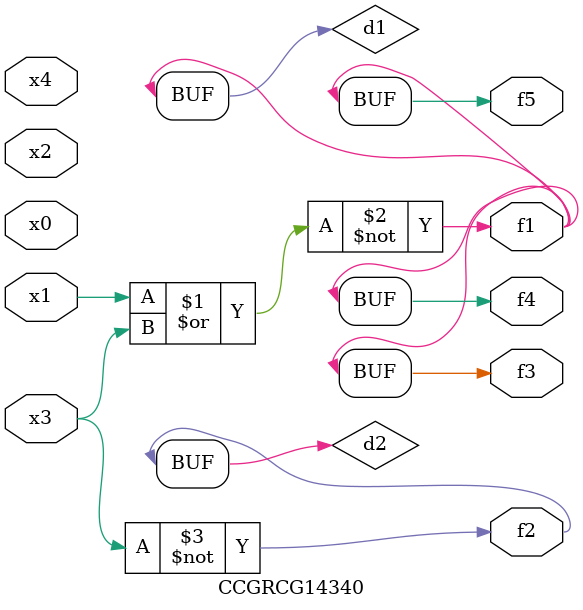
<source format=v>
module CCGRCG14340(
	input x0, x1, x2, x3, x4,
	output f1, f2, f3, f4, f5
);

	wire d1, d2;

	nor (d1, x1, x3);
	not (d2, x3);
	assign f1 = d1;
	assign f2 = d2;
	assign f3 = d1;
	assign f4 = d1;
	assign f5 = d1;
endmodule

</source>
